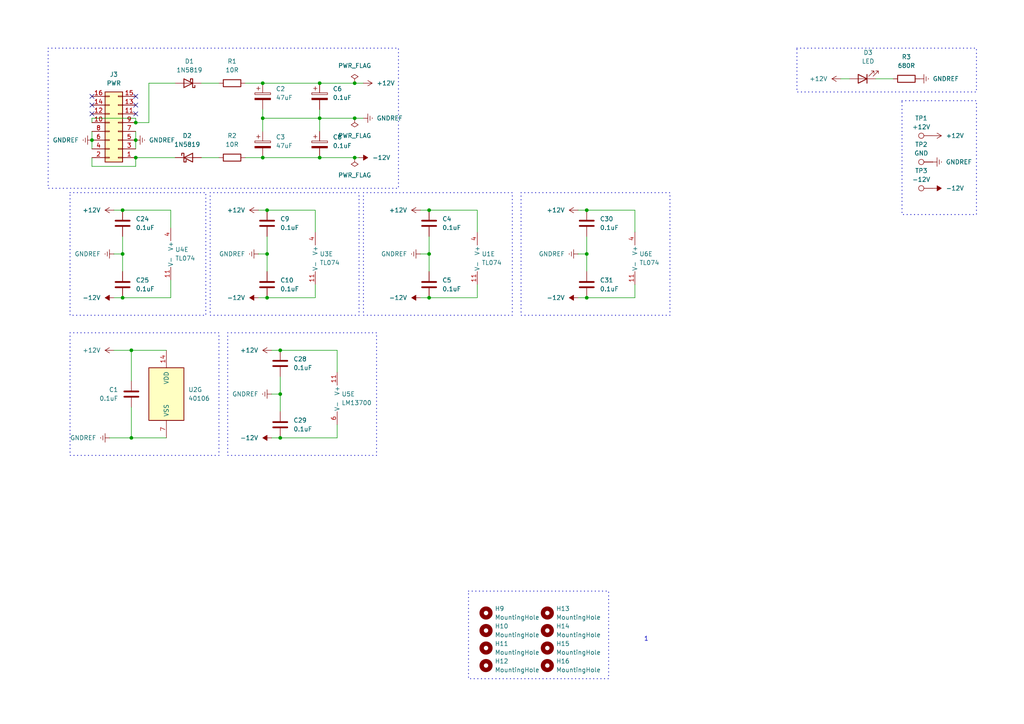
<source format=kicad_sch>
(kicad_sch (version 20231120) (generator "eeschema") (generator_version "8.0")
  (paper "A4")
  (lib_symbols
    (symbol "4xxx:40106" (pin_names (offset 1.016))
      (property "Reference" "U" (at 0 1.27 0))
      (property "Value" "40106" (at 0 -1.27 0))
      (symbol "40106_1_0"
        (polyline (pts (xy -0.635 -1.27) (xy -0.635 1.27) (xy 0.635 1.27)))
        (polyline (pts (xy -3.81 3.81) (xy -3.81 -3.81) (xy 3.81 0) (xy -3.81 3.81)) (stroke (width 0.254)) (fill (type background)))
        (polyline (pts (xy -1.27 -1.27) (xy 0.635 -1.27) (xy 0.635 1.27) (xy 1.27 1.27)))
        (pin input line (at -7.62 0 0) (length 3.81) (name "~") (number "1"))
        (pin output inverted (at 7.62 0 180) (length 3.81) (name "~") (number "2"))
      )
      (symbol "40106_2_0"
        (polyline (pts (xy -0.635 -1.27) (xy -0.635 1.27) (xy 0.635 1.27)))
        (polyline (pts (xy -3.81 3.81) (xy -3.81 -3.81) (xy 3.81 0) (xy -3.81 3.81)) (stroke (width 0.254)) (fill (type background)))
        (polyline (pts (xy -1.27 -1.27) (xy 0.635 -1.27) (xy 0.635 1.27) (xy 1.27 1.27)))
        (pin input line (at -7.62 0 0) (length 3.81) (name "~") (number "3"))
        (pin output inverted (at 7.62 0 180) (length 3.81) (name "~") (number "4"))
      )
      (symbol "40106_3_0"
        (polyline (pts (xy -0.635 -1.27) (xy -0.635 1.27) (xy 0.635 1.27)))
        (polyline (pts (xy -3.81 3.81) (xy -3.81 -3.81) (xy 3.81 0) (xy -3.81 3.81)) (stroke (width 0.254)) (fill (type background)))
        (polyline (pts (xy -1.27 -1.27) (xy 0.635 -1.27) (xy 0.635 1.27) (xy 1.27 1.27)))
        (pin input line (at -7.62 0 0) (length 3.81) (name "~") (number "5"))
        (pin output inverted (at 7.62 0 180) (length 3.81) (name "~") (number "6"))
      )
      (symbol "40106_4_0"
        (polyline (pts (xy -0.635 -1.27) (xy -0.635 1.27) (xy 0.635 1.27)))
        (polyline (pts (xy -3.81 3.81) (xy -3.81 -3.81) (xy 3.81 0) (xy -3.81 3.81)) (stroke (width 0.254)) (fill (type background)))
        (polyline (pts (xy -1.27 -1.27) (xy 0.635 -1.27) (xy 0.635 1.27) (xy 1.27 1.27)))
        (pin output inverted (at 7.62 0 180) (length 3.81) (name "~") (number "8"))
        (pin input line (at -7.62 0 0) (length 3.81) (name "~") (number "9"))
      )
      (symbol "40106_5_0"
        (polyline (pts (xy -0.635 -1.27) (xy -0.635 1.27) (xy 0.635 1.27)))
        (polyline (pts (xy -3.81 3.81) (xy -3.81 -3.81) (xy 3.81 0) (xy -3.81 3.81)) (stroke (width 0.254)) (fill (type background)))
        (polyline (pts (xy -1.27 -1.27) (xy 0.635 -1.27) (xy 0.635 1.27) (xy 1.27 1.27)))
        (pin output inverted (at 7.62 0 180) (length 3.81) (name "~") (number "10"))
        (pin input line (at -7.62 0 0) (length 3.81) (name "~") (number "11"))
      )
      (symbol "40106_6_0"
        (polyline (pts (xy -0.635 -1.27) (xy -0.635 1.27) (xy 0.635 1.27)))
        (polyline (pts (xy -3.81 3.81) (xy -3.81 -3.81) (xy 3.81 0) (xy -3.81 3.81)) (stroke (width 0.254)) (fill (type background)))
        (polyline (pts (xy -1.27 -1.27) (xy 0.635 -1.27) (xy 0.635 1.27) (xy 1.27 1.27)))
        (pin output inverted (at 7.62 0 180) (length 3.81) (name "~") (number "12"))
        (pin input line (at -7.62 0 0) (length 3.81) (name "~") (number "13"))
      )
      (symbol "40106_7_0"
        (pin power_in line (at 0 12.7 270) (length 5.08) (name "VDD") (number "14"))
        (pin power_in line (at 0 -12.7 90) (length 5.08) (name "VSS") (number "7"))
      )
      (symbol "40106_7_1"
        (rectangle (start -5.08 7.62) (end 5.08 -7.62) (stroke (width 0.254)) (fill (type background)))
      )
    )
    (symbol "Amplifier_Operational:LM13700" (pin_names (offset 0.127))
      (property "Reference" "U" (at 3.81 5.08 0))
      (property "Value" "LM13700" (at 5.08 -5.08 0))
      (symbol "LM13700_1_1"
        (polyline (pts (xy 3.81 -0.635) (xy 3.81 -2.54) (xy 5.08 -2.54)))
        (polyline (pts (xy 5.08 0) (xy -5.08 -5.08) (xy -5.08 5.08) (xy 5.08 0)) (stroke (width 0.254)) (fill (type background)))
        (pin output line (at 7.62 0 180) (length 2.54) (name "~") (number "12"))
        (pin input line (at -7.62 2.54 0) (length 2.54) (name "-") (number "13"))
        (pin input line (at -7.62 -2.54 0) (length 2.54) (name "+") (number "14"))
        (pin input line (at -7.62 0 0) (length 2.54) (name "DIODE_BIAS") (number "15"))
        (pin input line (at 7.62 -2.54 180) (length 2.54) (name "~") (number "16"))
      )
      (symbol "LM13700_2_0"
        (polyline (pts (xy -1.905 2.54) (xy -3.175 2.54)))
      )
      (symbol "LM13700_2_1"
        (circle (center -2.54 1.905) (radius 0.254) (stroke (width 0.254)) (fill (type outline)))
        (polyline (pts (xy -3.81 -0.635) (xy -2.54 -1.27)))
        (polyline (pts (xy -3.81 1.27) (xy -3.81 -1.27)))
        (polyline (pts (xy -2.54 -1.905) (xy -1.27 -2.54)))
        (polyline (pts (xy -2.54 0) (xy -2.54 -2.54)))
        (polyline (pts (xy -3.81 0.635) (xy -2.54 1.27) (xy -2.54 1.905) (xy -2.54 2.54)))
        (polyline (pts (xy -2.54 -1.27) (xy -3.175 -0.635) (xy -3.175 -1.27) (xy -2.54 -1.27)) (fill (type outline)))
        (polyline (pts (xy -2.54 -0.635) (xy -1.27 0) (xy -1.27 1.905) (xy -2.54 1.905)))
        (polyline (pts (xy -1.27 -2.54) (xy -1.905 -1.905) (xy -1.905 -2.54) (xy -1.27 -2.54)) (fill (type outline)))
        (text "V+" (at -2.54 3.81 0) (effects (font (size 1.27 1.27))))
        (pin input line (at -7.62 0 0) (length 3.81) (name "~") (number "10"))
        (pin output line (at 2.54 -2.54 180) (length 3.81) (name "~") (number "9"))
      )
      (symbol "LM13700_3_1"
        (polyline (pts (xy 3.81 -0.635) (xy 3.81 -2.54) (xy 5.08 -2.54)))
        (polyline (pts (xy 5.08 0) (xy -5.08 -5.08) (xy -5.08 5.08) (xy 5.08 0)) (stroke (width 0.254)) (fill (type background)))
        (pin input line (at 7.62 -2.54 180) (length 2.54) (name "~") (number "1"))
        (pin input line (at -7.62 0 0) (length 2.54) (name "DIODE_BIAS") (number "2"))
        (pin input line (at -7.62 -2.54 0) (length 2.54) (name "+") (number "3"))
        (pin input line (at -7.62 2.54 0) (length 2.54) (name "-") (number "4"))
        (pin output line (at 7.62 0 180) (length 2.54) (name "~") (number "5"))
      )
      (symbol "LM13700_4_0"
        (polyline (pts (xy -3.175 2.54) (xy -1.905 2.54)))
        (text "V+" (at -2.54 3.81 0) (effects (font (size 1.27 1.27))))
      )
      (symbol "LM13700_4_1"
        (circle (center -2.54 1.905) (radius 0.254) (stroke (width 0.254)) (fill (type outline)))
        (polyline (pts (xy -3.81 -0.635) (xy -2.54 -1.27)))
        (polyline (pts (xy -3.81 1.27) (xy -3.81 -1.27)))
        (polyline (pts (xy -2.54 -1.905) (xy -1.27 -2.54)))
        (polyline (pts (xy -2.54 0) (xy -2.54 -2.54)))
        (polyline (pts (xy -3.81 0.635) (xy -2.54 1.27) (xy -2.54 2.54)))
        (polyline (pts (xy -2.54 -1.27) (xy -3.175 -0.635) (xy -3.175 -1.27) (xy -2.54 -1.27)) (fill (type outline)))
        (polyline (pts (xy -2.54 -0.635) (xy -1.27 0) (xy -1.27 1.905) (xy -2.54 1.905)))
        (polyline (pts (xy -1.27 -2.54) (xy -1.905 -1.905) (xy -1.905 -2.54) (xy -1.27 -2.54)) (fill (type outline)))
        (pin input line (at -7.62 0 0) (length 3.81) (name "~") (number "7"))
        (pin output line (at 2.54 -2.54 180) (length 3.81) (name "~") (number "8"))
      )
      (symbol "LM13700_5_1"
        (pin power_in line (at -2.54 7.62 270) (length 3.81) (name "V+") (number "11"))
        (pin power_in line (at -2.54 -7.62 90) (length 3.81) (name "V-") (number "6"))
      )
    )
    (symbol "Amplifier_Operational:TL074" (pin_names (offset 0.127))
      (property "Reference" "U" (at 0 5.08 0))
      (property "Value" "TL074" (at 0 -5.08 0))
      (symbol "TL074_1_1"
        (polyline (pts (xy -5.08 5.08) (xy 5.08 0) (xy -5.08 -5.08) (xy -5.08 5.08)) (stroke (width 0.254)) (fill (type background)))
        (pin output line (at 7.62 0 180) (length 2.54) (name "~") (number "1"))
        (pin input line (at -7.62 -2.54 0) (length 2.54) (name "-") (number "2"))
        (pin input line (at -7.62 2.54 0) (length 2.54) (name "+") (number "3"))
      )
      (symbol "TL074_2_1"
        (polyline (pts (xy -5.08 5.08) (xy 5.08 0) (xy -5.08 -5.08) (xy -5.08 5.08)) (stroke (width 0.254)) (fill (type background)))
        (pin input line (at -7.62 2.54 0) (length 2.54) (name "+") (number "5"))
        (pin input line (at -7.62 -2.54 0) (length 2.54) (name "-") (number "6"))
        (pin output line (at 7.62 0 180) (length 2.54) (name "~") (number "7"))
      )
      (symbol "TL074_3_1"
        (polyline (pts (xy -5.08 5.08) (xy 5.08 0) (xy -5.08 -5.08) (xy -5.08 5.08)) (stroke (width 0.254)) (fill (type background)))
        (pin input line (at -7.62 2.54 0) (length 2.54) (name "+") (number "10"))
        (pin output line (at 7.62 0 180) (length 2.54) (name "~") (number "8"))
        (pin input line (at -7.62 -2.54 0) (length 2.54) (name "-") (number "9"))
      )
      (symbol "TL074_4_1"
        (polyline (pts (xy -5.08 5.08) (xy 5.08 0) (xy -5.08 -5.08) (xy -5.08 5.08)) (stroke (width 0.254)) (fill (type background)))
        (pin input line (at -7.62 2.54 0) (length 2.54) (name "+") (number "12"))
        (pin input line (at -7.62 -2.54 0) (length 2.54) (name "-") (number "13"))
        (pin output line (at 7.62 0 180) (length 2.54) (name "~") (number "14"))
      )
      (symbol "TL074_5_1"
        (pin power_in line (at -2.54 -7.62 90) (length 3.81) (name "V-") (number "11"))
        (pin power_in line (at -2.54 7.62 270) (length 3.81) (name "V+") (number "4"))
      )
    )
    (symbol "Connector:TestPoint" (pin_numbers hide) (pin_names (offset 0.762) hide)
      (property "Reference" "TP" (at 0 6.858 0))
      (property "Value" "TestPoint" (at 0 5.08 0))
      (symbol "TestPoint_0_1"
        (circle (center 0 3.302) (radius 0.762))
      )
      (symbol "TestPoint_1_1"
        (pin passive line (at 0 0 90) (length 2.54) (name "1") (number "1"))
      )
    )
    (symbol "Device:C" (pin_numbers hide) (pin_names (offset 0.254))
      (property "Reference" "C" (at 0.635 2.54 0))
      (property "Value" "C" (at 0.635 -2.54 0))
      (symbol "C_0_1"
        (polyline (pts (xy -2.032 -0.762) (xy 2.032 -0.762)) (stroke (width 0.508)))
        (polyline (pts (xy -2.032 0.762) (xy 2.032 0.762)) (stroke (width 0.508)))
      )
      (symbol "C_1_1"
        (pin passive line (at 0 3.81 270) (length 2.794) (name "~") (number "1"))
        (pin passive line (at 0 -3.81 90) (length 2.794) (name "~") (number "2"))
      )
    )
    (symbol "Device:C_Polarized" (pin_numbers hide) (pin_names (offset 0.254))
      (property "Reference" "C" (at 0.635 2.54 0))
      (property "Value" "C_Polarized" (at 0.635 -2.54 0))
      (symbol "C_Polarized_0_1"
        (rectangle (start -2.286 0.508) (end 2.286 1.016))
        (polyline (pts (xy -1.778 2.286) (xy -0.762 2.286)))
        (polyline (pts (xy -1.27 2.794) (xy -1.27 1.778)))
        (rectangle (start 2.286 -0.508) (end -2.286 -1.016) (fill (type outline)))
      )
      (symbol "C_Polarized_1_1"
        (pin passive line (at 0 3.81 270) (length 2.794) (name "~") (number "1"))
        (pin passive line (at 0 -3.81 90) (length 2.794) (name "~") (number "2"))
      )
    )
    (symbol "Device:R" (pin_numbers hide) (pin_names (offset 0))
      (property "Reference" "R" (at 2.032 0 90))
      (property "Value" "R" (at 0 0 90))
      (symbol "R_0_1"
        (rectangle (start -1.016 -2.54) (end 1.016 2.54) (stroke (width 0.254)))
      )
      (symbol "R_1_1"
        (pin passive line (at 0 3.81 270) (length 1.27) (name "~") (number "1"))
        (pin passive line (at 0 -3.81 90) (length 1.27) (name "~") (number "2"))
      )
    )
    (symbol "Diode:1N5819" (pin_numbers hide) (pin_names (offset 1.016) hide)
      (property "Reference" "D" (at 0 2.54 0))
      (property "Value" "1N5819" (at 0 -2.54 0))
      (symbol "1N5819_0_1"
        (polyline (pts (xy 1.27 0) (xy -1.27 0)))
        (polyline (pts (xy 1.27 1.27) (xy 1.27 -1.27) (xy -1.27 0) (xy 1.27 1.27)) (stroke (width 0.254)))
        (polyline (pts (xy -1.905 0.635) (xy -1.905 1.27) (xy -1.27 1.27) (xy -1.27 -1.27) (xy -0.635 -1.27) (xy -0.635 -0.635)) (stroke (width 0.254)))
      )
      (symbol "1N5819_1_1"
        (pin passive line (at -3.81 0 0) (length 2.54) (name "K") (number "1"))
        (pin passive line (at 3.81 0 180) (length 2.54) (name "A") (number "2"))
      )
    )
    (symbol "Mechanical:MountingHole" (pin_names (offset 1.016)) (exclude_from_sim yes) (in_bom no)
      (property "Reference" "H" (at 0 5.08 0))
      (property "Value" "MountingHole" (at 0 3.175 0))
      (symbol "MountingHole_0_1"
        (circle (center 0 0) (radius 1.27) (stroke (width 1.27)))
      )
    )
    (symbol "power:+12V" (power) (pin_numbers hide) (pin_names (offset 0) hide)
      (property "Value" "+12V" (at 0 3.556 0))
      (symbol "+12V_0_1"
        (polyline (pts (xy -0.762 1.27) (xy 0 2.54)))
        (polyline (pts (xy 0 0) (xy 0 2.54)))
        (polyline (pts (xy 0 2.54) (xy 0.762 1.27)))
      )
      (symbol "+12V_1_1"
        (pin power_in line (at 0 0 90) (length 0) (name "~") (number "1"))
      )
    )
    (symbol "power:-12V" (power) (pin_numbers hide) (pin_names (offset 0) hide)
      (property "Value" "-12V" (at 0 3.556 0))
      (symbol "-12V_0_0"
        (pin power_in line (at 0 0 90) (length 0) (name "~") (number "1"))
      )
      (symbol "-12V_0_1"
        (polyline (pts (xy 0 0) (xy 0 1.27) (xy 0.762 1.27) (xy 0 2.54) (xy -0.762 1.27) (xy 0 1.27)) (fill (type outline)))
      )
    )
    (symbol "power:GNDREF" (power) (pin_numbers hide) (pin_names (offset 0) hide)
      (property "Value" "GNDREF" (at 0 -3.81 0))
      (symbol "GNDREF_0_1"
        (polyline (pts (xy -0.635 -1.905) (xy 0.635 -1.905)))
        (polyline (pts (xy -0.127 -2.54) (xy 0.127 -2.54)))
        (polyline (pts (xy 0 -1.27) (xy 0 0)))
        (polyline (pts (xy 1.27 -1.27) (xy -1.27 -1.27)))
      )
      (symbol "GNDREF_1_1"
        (pin power_in line (at 0 0 270) (length 0) (name "~") (number "1"))
      )
    )
    (symbol "power:PWR_FLAG" (power) (pin_numbers hide) (pin_names (offset 0) hide)
      (property "Value" "PWR_FLAG" (at 0 3.81 0))
      (symbol "PWR_FLAG_0_0"
        (pin power_out line (at 0 0 90) (length 0) (name "~") (number "1"))
      )
      (symbol "PWR_FLAG_0_1"
        (polyline (pts (xy 0 0) (xy 0 1.27) (xy -1.016 1.905) (xy 0 2.54) (xy 1.016 1.905) (xy 0 1.27)))
      )
    )
    (symbol "synth:Conn_02x08_EuroRack_Power" (pin_names (offset 1.016) hide)
      (property "Reference" "J3" (at 1.27 -17.526 0))
      (property "Value" "PWR" (at 1.27 -13.97 0))
      (symbol "Conn_02x08_EuroRack_Power_1_1"
        (rectangle (start -1.27 -10.033) (end 0 -10.287) (stroke (width 0.1524)))
        (rectangle (start -1.27 -7.493) (end 0 -7.747) (stroke (width 0.1524)))
        (rectangle (start -1.27 -4.953) (end 0 -5.207) (stroke (width 0.1524)))
        (rectangle (start -1.27 -2.413) (end 0 -2.667) (stroke (width 0.1524)))
        (rectangle (start -1.27 0.127) (end 0 -0.127) (stroke (width 0.1524)))
        (rectangle (start -1.27 2.667) (end 0 2.413) (stroke (width 0.1524)))
        (rectangle (start -1.27 5.207) (end 0 4.953) (stroke (width 0.1524)))
        (rectangle (start -1.27 7.747) (end 0 7.493) (stroke (width 0.1524)))
        (rectangle (start -1.27 8.89) (end 3.81 -11.43) (stroke (width 0.254)) (fill (type background)))
        (rectangle (start 3.81 -10.033) (end 2.54 -10.287) (stroke (width 0.1524)))
        (rectangle (start 3.81 -7.493) (end 2.54 -7.747) (stroke (width 0.1524)))
        (rectangle (start 3.81 -4.953) (end 2.54 -5.207) (stroke (width 0.1524)))
        (rectangle (start 3.81 -2.413) (end 2.54 -2.667) (stroke (width 0.1524)))
        (rectangle (start 3.81 0.127) (end 2.54 -0.127) (stroke (width 0.1524)))
        (rectangle (start 3.81 2.667) (end 2.54 2.413) (stroke (width 0.1524)))
        (rectangle (start 3.81 5.207) (end 2.54 4.953) (stroke (width 0.1524)))
        (rectangle (start 3.81 7.747) (end 2.54 7.493) (stroke (width 0.1524)))
        (pin passive line (at -5.08 7.62 0) (length 3.81) (name "-12V") (number "1"))
        (pin passive line (at 7.62 -2.54 180) (length 3.81) (name "+12V") (number "10"))
        (pin passive line (at -5.08 -5.08 0) (length 3.81) (name "+5V") (number "11"))
        (pin passive line (at 7.62 -5.08 180) (length 3.81) (name "+5V") (number "12"))
        (pin passive line (at -5.08 -7.62 0) (length 3.81) (name "CV") (number "13"))
        (pin passive line (at 7.62 -7.62 180) (length 3.81) (name "CV") (number "14"))
        (pin passive line (at -5.08 -10.16 0) (length 3.81) (name "GATE") (number "15"))
        (pin passive line (at 7.62 -10.16 180) (length 3.81) (name "GATE") (number "16"))
        (pin passive line (at 7.62 7.62 180) (length 3.81) (name "-12V") (number "2"))
        (pin passive line (at -5.08 5.08 0) (length 3.81) (name "GND") (number "3"))
        (pin passive line (at 7.62 5.08 180) (length 3.81) (name "GND") (number "4"))
        (pin passive line (at -5.08 2.54 0) (length 3.81) (name "GND") (number "5"))
        (pin passive line (at 7.62 2.54 180) (length 3.81) (name "GND") (number "6"))
        (pin passive line (at -5.08 0 0) (length 3.81) (name "GND") (number "7"))
        (pin passive line (at 7.62 0 180) (length 3.81) (name "GND") (number "8"))
        (pin passive line (at -5.08 -2.54 0) (length 3.81) (name "+12V") (number "9"))
      )
    )
    (symbol "synth:LED (5mm)" (pin_numbers hide) (pin_names (offset 1.016) hide)
      (property "Reference" "D" (at 0 2.54 0))
      (property "Value" "LED" (at 0 -2.54 0))
      (symbol "LED (5mm)_0_1"
        (polyline (pts (xy -1.27 -1.27) (xy -1.27 1.27)) (stroke (width 0.254)))
        (polyline (pts (xy -1.27 0) (xy 1.27 0)))
        (polyline (pts (xy 1.27 -1.27) (xy 1.27 1.27) (xy -1.27 0) (xy 1.27 -1.27)) (stroke (width 0.254)))
        (polyline (pts (xy -3.048 -0.762) (xy -4.572 -2.286) (xy -3.81 -2.286) (xy -4.572 -2.286) (xy -4.572 -1.524)))
        (polyline (pts (xy -1.778 -0.762) (xy -3.302 -2.286) (xy -2.54 -2.286) (xy -3.302 -2.286) (xy -3.302 -1.524)))
      )
      (symbol "LED (5mm)_1_1"
        (pin passive line (at -3.81 0 0) (length 2.54) (name "K") (number "1"))
        (pin passive line (at 3.81 0 180) (length 2.54) (name "A") (number "2"))
      )
    )
    (symbol "synth:R_Default" (pin_numbers hide) (pin_names (offset 0))
      (property "Reference" "R" (at -2.032 0 90))
      (property "Value" "R1" (at 2.032 0 90))
      (symbol "R_Default_0_1"
        (rectangle (start 1.016 -2.54) (end -1.016 2.54) (stroke (width 0.254)))
      )
      (symbol "R_Default_1_1"
        (pin passive line (at 0 -3.81 90) (length 1.27) (name "~") (number "1"))
        (pin passive line (at 0 3.81 270) (length 1.27) (name "~") (number "2"))
      )
    )
  )
  (junction (at 39.37 45.72))
  (junction (at 124.46 73.66))
  (junction (at 26.67 40.64))
  (junction (at 102.87 24.13))
  (junction (at 81.28 101.6))
  (junction (at 77.47 86.36))
  (junction (at 76.2 24.13))
  (junction (at 39.37 40.64))
  (junction (at 170.18 86.36))
  (junction (at 124.46 60.96))
  (junction (at 35.56 60.96))
  (junction (at 81.28 127))
  (junction (at 35.56 73.66))
  (junction (at 92.71 34.29))
  (junction (at 77.47 73.66))
  (junction (at 77.47 60.96))
  (junction (at 170.18 73.66))
  (junction (at 38.1 101.6))
  (junction (at 39.37 35.56))
  (junction (at 35.56 86.36))
  (junction (at 81.28 114.3))
  (junction (at 170.18 60.96))
  (junction (at 76.2 45.72))
  (junction (at 92.71 24.13))
  (junction (at 102.87 34.29))
  (junction (at 38.1 127))
  (junction (at 102.87 45.72))
  (junction (at 76.2 34.29))
  (junction (at 92.71 45.72))
  (junction (at 124.46 86.36))
  (no_connect (at 26.67 33.02))
  (no_connect (at 39.37 27.94))
  (no_connect (at 39.37 30.48))
  (no_connect (at 26.67 30.48))
  (no_connect (at 39.37 33.02))
  (no_connect (at 26.67 27.94))
  (wire (pts (xy 43.18 24.13) (xy 50.8 24.13)))
  (wire (pts (xy 167.64 60.96) (xy 170.18 60.96)))
  (wire (pts (xy 38.1 110.49) (xy 38.1 101.6)))
  (wire (pts (xy 35.56 73.66) (xy 35.56 78.74)))
  (wire (pts (xy 39.37 45.72) (xy 50.8 45.72)))
  (wire (pts (xy 26.67 38.1) (xy 26.67 40.64)))
  (wire (pts (xy 26.67 34.29) (xy 26.67 35.56)))
  (wire (pts (xy 81.28 114.3) (xy 81.28 119.38)))
  (wire (pts (xy 259.08 22.86) (xy 254 22.86)))
  (wire (pts (xy 77.47 68.58) (xy 77.47 73.66)))
  (wire (pts (xy 91.44 82.55) (xy 91.44 86.36)))
  (wire (pts (xy 124.46 73.66) (xy 124.46 78.74)))
  (wire (pts (xy 170.18 68.58) (xy 170.18 73.66)))
  (wire (pts (xy 77.47 73.66) (xy 77.47 78.74)))
  (wire (pts (xy 33.02 101.6) (xy 38.1 101.6)))
  (wire (pts (xy 39.37 38.1) (xy 39.37 40.64)))
  (wire (pts (xy 138.43 60.96) (xy 124.46 60.96)))
  (wire (pts (xy 49.53 81.28) (xy 49.53 86.36)))
  (wire (pts (xy 71.12 24.13) (xy 76.2 24.13)))
  (wire (pts (xy 184.15 82.55) (xy 184.15 86.36)))
  (wire (pts (xy 92.71 31.75) (xy 92.71 34.29)))
  (wire (pts (xy 97.79 107.95) (xy 97.79 101.6)))
  (wire (pts (xy 121.92 60.96) (xy 124.46 60.96)))
  (wire (pts (xy 39.37 40.64) (xy 39.37 43.18)))
  (wire (pts (xy 102.87 45.72) (xy 104.14 45.72)))
  (wire (pts (xy 170.18 73.66) (xy 167.64 73.66)))
  (wire (pts (xy 81.28 127) (xy 97.79 127)))
  (wire (pts (xy 35.56 60.96) (xy 49.53 60.96)))
  (wire (pts (xy 38.1 101.6) (xy 48.26 101.6)))
  (wire (pts (xy 33.02 86.36) (xy 35.56 86.36)))
  (wire (pts (xy 184.15 86.36) (xy 170.18 86.36)))
  (wire (pts (xy 184.15 60.96) (xy 170.18 60.96)))
  (wire (pts (xy 124.46 73.66) (xy 121.92 73.66)))
  (wire (pts (xy 102.87 34.29) (xy 105.41 34.29)))
  (wire (pts (xy 78.74 127) (xy 81.28 127)))
  (wire (pts (xy 39.37 35.56) (xy 39.37 34.29)))
  (wire (pts (xy 138.43 82.55) (xy 138.43 86.36)))
  (wire (pts (xy 102.87 24.13) (xy 105.41 24.13)))
  (wire (pts (xy 124.46 68.58) (xy 124.46 73.66)))
  (wire (pts (xy 74.93 60.96) (xy 77.47 60.96)))
  (wire (pts (xy 71.12 45.72) (xy 76.2 45.72)))
  (wire (pts (xy 26.67 45.72) (xy 26.67 48.26)))
  (wire (pts (xy 26.67 40.64) (xy 26.67 43.18)))
  (wire (pts (xy 97.79 123.19) (xy 97.79 127)))
  (wire (pts (xy 243.84 22.86) (xy 246.38 22.86)))
  (wire (pts (xy 39.37 48.26) (xy 39.37 45.72)))
  (wire (pts (xy 138.43 67.31) (xy 138.43 60.96)))
  (wire (pts (xy 76.2 34.29) (xy 92.71 34.29)))
  (wire (pts (xy 81.28 109.22) (xy 81.28 114.3)))
  (wire (pts (xy 184.15 67.31) (xy 184.15 60.96)))
  (wire (pts (xy 76.2 45.72) (xy 92.71 45.72)))
  (wire (pts (xy 31.75 127) (xy 38.1 127)))
  (wire (pts (xy 92.71 45.72) (xy 102.87 45.72)))
  (wire (pts (xy 74.93 86.36) (xy 77.47 86.36)))
  (wire (pts (xy 49.53 60.96) (xy 49.53 66.04)))
  (wire (pts (xy 43.18 24.13) (xy 43.18 35.56)))
  (wire (pts (xy 33.02 60.96) (xy 35.56 60.96)))
  (wire (pts (xy 58.42 45.72) (xy 63.5 45.72)))
  (wire (pts (xy 76.2 34.29) (xy 76.2 38.1)))
  (wire (pts (xy 58.42 24.13) (xy 63.5 24.13)))
  (wire (pts (xy 76.2 31.75) (xy 76.2 34.29)))
  (wire (pts (xy 92.71 34.29) (xy 92.71 38.1)))
  (wire (pts (xy 138.43 86.36) (xy 124.46 86.36)))
  (wire (pts (xy 92.71 34.29) (xy 102.87 34.29)))
  (wire (pts (xy 170.18 73.66) (xy 170.18 78.74)))
  (wire (pts (xy 167.64 86.36) (xy 170.18 86.36)))
  (wire (pts (xy 38.1 118.11) (xy 38.1 127)))
  (wire (pts (xy 76.2 24.13) (xy 92.71 24.13)))
  (wire (pts (xy 121.92 86.36) (xy 124.46 86.36)))
  (wire (pts (xy 78.74 101.6) (xy 81.28 101.6)))
  (wire (pts (xy 77.47 73.66) (xy 74.93 73.66)))
  (wire (pts (xy 81.28 114.3) (xy 78.74 114.3)))
  (wire (pts (xy 39.37 34.29) (xy 26.67 34.29)))
  (wire (pts (xy 35.56 73.66) (xy 33.02 73.66)))
  (wire (pts (xy 91.44 86.36) (xy 77.47 86.36)))
  (wire (pts (xy 35.56 68.58) (xy 35.56 73.66)))
  (wire (pts (xy 91.44 60.96) (xy 77.47 60.96)))
  (wire (pts (xy 38.1 127) (xy 48.26 127)))
  (wire (pts (xy 92.71 24.13) (xy 102.87 24.13)))
  (wire (pts (xy 43.18 35.56) (xy 39.37 35.56)))
  (wire (pts (xy 35.56 86.36) (xy 49.53 86.36)))
  (wire (pts (xy 26.67 48.26) (xy 39.37 48.26)))
  (wire (pts (xy 97.79 101.6) (xy 81.28 101.6)))
  (wire (pts (xy 91.44 67.31) (xy 91.44 60.96)))
  (rectangle (start 135.89 171.45) (end 176.53 196.85) (stroke (width 0.25) (type dot)))
  (rectangle (start 66.04 96.52) (end 109.22 132.08) (stroke (width 0.25) (type dot)))
  (rectangle (start 60.96 55.88) (end 104.14 91.44) (stroke (width 0.25) (type dot)))
  (rectangle (start 105.41 55.88) (end 148.59 91.44) (stroke (width 0.25) (type dot)))
  (rectangle (start 231.14 13.97) (end 283.21 26.67) (stroke (width 0.25) (type dot)))
  (rectangle (start 13.97 13.97) (end 115.57 54.61) (stroke (width 0.25) (type dot)))
  (rectangle (start 261.62 29.21) (end 283.21 62.23) (stroke (width 0.254) (type dot)))
  (rectangle (start 151.13 55.88) (end 194.31 91.44) (stroke (width 0.25) (type dot)))
  (rectangle (start 20.32 96.52) (end 63.5 132.08) (stroke (width 0.25) (type dot)))
  (rectangle (start 20.32 55.88) (end 59.69 91.44) (stroke (width 0.25) (type dot)))
  (text "1" (at 187.452 185.42 0) (effects (font (size 1.27 1.27))))
  (symbol (lib_id "power:GNDREF") (at 121.92 73.66 270) (unit 1)
    (property "Reference" "#PWR012" (effects (hide yes)))
    (property "Value" "GNDREF" (at 118.11 73.6599 90) (effects (justify right)))
    (property "Description" "Power symbol creates a global label with name \"GNDREF\" , reference supply ground" (effects (hide yes)))
  )
  (symbol (lib_id "Device:C_Polarized") (at 76.2 41.91 0) (unit 1)
    (property "Reference" "C3" (at 80.01 39.7509 0) (effects (justify left)))
    (property "Value" "47uF" (at 80.01 42.2909 0) (effects (justify left)))
    (property "Footprint" "Capacitor_THT:CP_Radial_D6.3mm_P2.50mm" (effects (hide yes)))
    (property "Description" "Polarized capacitor" (effects (hide yes)))
  )
  (symbol (lib_id "power:GNDREF") (at 167.64 73.66 270) (unit 1)
    (property "Reference" "#PWR073" (effects (hide yes)))
    (property "Value" "GNDREF" (at 163.83 73.6599 90) (effects (justify right)))
    (property "Description" "Power symbol creates a global label with name \"GNDREF\" , reference supply ground" (effects (hide yes)))
  )
  (symbol (lib_id "Device:C") (at 35.56 82.55 0) (unit 1)
    (property "Reference" "C25" (at 39.37 81.2799 0) (effects (justify left)))
    (property "Value" "0.1uF" (at 39.37 83.8199 0) (effects (justify left)))
    (property "Footprint" "Capacitor_THT:C_Rect_L4.6mm_W2.0mm_P2.50mm_MKS02_FKP02" (effects (hide yes)))
    (property "Description" "Unpolarized capacitor" (effects (hide yes)))
  )
  (symbol (lib_id "Device:C_Polarized") (at 92.71 41.91 0) (unit 1)
    (property "Reference" "C8" (at 96.52 39.7509 0) (effects (justify left)))
    (property "Value" "0.1uF" (at 96.52 42.2909 0) (effects (justify left)))
    (property "Footprint" "Capacitor_THT:CP_Radial_D4.0mm_P2.00mm" (effects (hide yes)))
    (property "Description" "Polarized capacitor" (effects (hide yes)))
  )
  (symbol (lib_id "Mechanical:MountingHole") (at 140.97 182.88 0) (unit 1) (exclude_from_sim yes) (in_bom no)
    (property "Reference" "H10" (at 143.51 181.6099 0) (effects (justify left)))
    (property "Value" "MountingHole" (at 143.51 184.1499 0) (effects (justify left)))
    (property "Footprint" "MountingHole:MountingHole_3.2mm_M3" (effects (hide yes)))
    (property "Description" "Mounting Hole without connection" (effects (hide yes)))
  )
  (symbol (lib_id "Mechanical:MountingHole") (at 140.97 193.04 0) (unit 1) (exclude_from_sim yes) (in_bom no)
    (property "Reference" "H12" (at 143.51 191.7699 0) (effects (justify left)))
    (property "Value" "MountingHole" (at 143.51 194.3099 0) (effects (justify left)))
    (property "Footprint" "MountingHole:MountingHole_3.2mm_M3" (effects (hide yes)))
    (property "Description" "Mounting Hole without connection" (effects (hide yes)))
  )
  (symbol (lib_id "power:-12V") (at 78.74 127 90) (unit 1)
    (property "Reference" "#PWR028" (effects (hide yes)))
    (property "Value" "-12V" (at 74.93 126.9999 90) (effects (justify left)))
    (property "Description" "Power symbol creates a global label with name \"-12V\"" (effects (hide yes)))
  )
  (symbol (lib_id "power:GNDREF") (at 26.67 40.64 270) (unit 1)
    (property "Reference" "#PWR09" (effects (hide yes)))
    (property "Value" "GNDREF" (at 22.86 40.6399 90) (effects (justify right)))
    (property "Description" "Power symbol creates a global label with name \"GNDREF\" , reference supply ground" (effects (hide yes)))
  )
  (symbol (lib_id "power:PWR_FLAG") (at 102.87 24.13 0) (unit 1) (exclude_from_sim yes) (in_bom no)
    (property "Reference" "#FLG01" (effects (hide yes)))
    (property "Value" "PWR_FLAG" (at 102.87 19.05 0))
    (property "Description" "Special symbol for telling ERC where power comes from" (effects (hide yes)))
  )
  (symbol (lib_id "power:+12V") (at 243.84 22.86 90) (unit 1)
    (property "Reference" "#PWR017" (effects (hide yes)))
    (property "Value" "+12V" (at 240.03 22.8599 90) (effects (justify left)))
    (property "Description" "Power symbol creates a global label with name \"+12V\"" (effects (hide yes)))
  )
  (symbol (lib_id "power:+12V") (at 270.51 39.37 270) (unit 1)
    (property "Reference" "#PWR058" (effects (hide yes)))
    (property "Value" "+12V" (at 274.32 39.3699 90) (effects (justify left)))
    (property "Description" "Power symbol creates a global label with name \"+12V\"" (effects (hide yes)))
  )
  (symbol (lib_id "Mechanical:MountingHole") (at 140.97 177.8 0) (unit 1) (exclude_from_sim yes) (in_bom no)
    (property "Reference" "H9" (at 143.51 176.5299 0) (effects (justify left)))
    (property "Value" "MountingHole" (at 143.51 179.0699 0) (effects (justify left)))
    (property "Footprint" "MountingHole:MountingHole_3.2mm_M3" (effects (hide yes)))
    (property "Description" "Mounting Hole without connection" (effects (hide yes)))
  )
  (symbol (lib_id "Device:R") (at 67.31 24.13 90) (unit 1)
    (property "Reference" "R1" (at 67.31 17.78 90))
    (property "Value" "10R" (at 67.31 20.32 90))
    (property "Footprint" "Synth:R_Default (DIN0207)" (effects (hide yes)))
    (property "Description" "Resistor" (effects (hide yes)))
  )
  (symbol (lib_id "power:GNDREF") (at 78.74 114.3 270) (unit 1)
    (property "Reference" "#PWR027" (effects (hide yes)))
    (property "Value" "GNDREF" (at 74.93 114.2999 90) (effects (justify right)))
    (property "Description" "Power symbol creates a global label with name \"GNDREF\" , reference supply ground" (effects (hide yes)))
  )
  (symbol (lib_id "Device:R") (at 67.31 45.72 90) (unit 1)
    (property "Reference" "R2" (at 67.31 39.37 90))
    (property "Value" "10R" (at 67.31 41.91 90))
    (property "Footprint" "Synth:R_Default (DIN0207)" (effects (hide yes)))
    (property "Description" "Resistor" (effects (hide yes)))
  )
  (symbol (lib_id "Device:C") (at 38.1 114.3 0) (unit 1)
    (property "Reference" "C1" (at 34.29 113.0299 0) (effects (justify right)))
    (property "Value" "0.1uF" (at 34.29 115.5699 0) (effects (justify right)))
    (property "Footprint" "Capacitor_THT:C_Rect_L4.6mm_W2.0mm_P2.50mm_MKS02_FKP02" (effects (hide yes)))
    (property "Description" "Unpolarized capacitor" (effects (hide yes)))
  )
  (symbol (lib_id "power:-12V") (at 104.14 45.72 270) (unit 1)
    (property "Reference" "#PWR014" (effects (hide yes)))
    (property "Value" "-12V" (at 107.95 45.7199 90) (effects (justify left)))
    (property "Description" "Power symbol creates a global label with name \"-12V\"" (effects (hide yes)))
  )
  (symbol (lib_id "synth:Conn_02x08_EuroRack_Power") (at 34.29 38.1 180) (unit 1)
    (property "Reference" "J3" (at 33.02 21.59 0))
    (property "Value" "PWR" (at 33.02 24.13 0))
    (property "Footprint" "Synth:IDC-Header_2x08_P2.54mm_Vertical" (effects (hide yes)))
  )
  (symbol (lib_id "power:PWR_FLAG") (at 102.87 45.72 180) (unit 1) (exclude_from_sim yes) (in_bom no)
    (property "Reference" "#FLG03" (effects (hide yes)))
    (property "Value" "PWR_FLAG" (at 102.87 50.8 0))
    (property "Description" "Special symbol for telling ERC where power comes from" (effects (hide yes)))
  )
  (symbol (lib_id "power:GNDREF") (at 33.02 73.66 270) (unit 1)
    (property "Reference" "#PWR023" (effects (hide yes)))
    (property "Value" "GNDREF" (at 29.21 73.6599 90) (effects (justify right)))
    (property "Description" "Power symbol creates a global label with name \"GNDREF\" , reference supply ground" (effects (hide yes)))
  )
  (symbol (lib_id "Mechanical:MountingHole") (at 140.97 187.96 0) (unit 1) (exclude_from_sim yes) (in_bom no)
    (property "Reference" "H11" (at 143.51 186.6899 0) (effects (justify left)))
    (property "Value" "MountingHole" (at 143.51 189.2299 0) (effects (justify left)))
    (property "Footprint" "MountingHole:MountingHole_3.2mm_M3" (effects (hide yes)))
    (property "Description" "Mounting Hole without connection" (effects (hide yes)))
  )
  (symbol (lib_id "Connector:TestPoint") (at 270.51 46.99 90) (unit 1) (in_bom no)
    (property "Reference" "TP2" (at 267.208 41.91 90))
    (property "Value" "GND" (at 267.208 44.45 90))
    (property "Footprint" "Connector_Pin:Pin_D1.0mm_L10.0mm" (effects (hide yes)))
    (property "Description" "test point" (effects (hide yes)))
  )
  (symbol (lib_id "power:-12V") (at 270.51 54.61 270) (unit 1)
    (property "Reference" "#PWR060" (effects (hide yes)))
    (property "Value" "-12V" (at 274.32 54.6099 90) (effects (justify left)))
    (property "Description" "Power symbol creates a global label with name \"-12V\"" (effects (hide yes)))
  )
  (symbol (lib_id "Device:C_Polarized") (at 76.2 27.94 0) (unit 1)
    (property "Reference" "C2" (at 80.01 25.7809 0) (effects (justify left)))
    (property "Value" "47uF" (at 80.01 28.3209 0) (effects (justify left)))
    (property "Footprint" "Capacitor_THT:CP_Radial_D6.3mm_P2.50mm" (effects (hide yes)))
    (property "Description" "Polarized capacitor" (effects (hide yes)))
  )
  (symbol (lib_id "power:-12V") (at 121.92 86.36 90) (unit 1)
    (property "Reference" "#PWR013" (effects (hide yes)))
    (property "Value" "-12V" (at 118.11 86.3599 90) (effects (justify left)))
    (property "Description" "Power symbol creates a global label with name \"-12V\"" (effects (hide yes)))
  )
  (symbol (lib_id "power:GNDREF") (at 39.37 40.64 90) (unit 1)
    (property "Reference" "#PWR010" (effects (hide yes)))
    (property "Value" "GNDREF" (at 43.18 40.6399 90) (effects (justify right)))
    (property "Description" "Power symbol creates a global label with name \"GNDREF\" , reference supply ground" (effects (hide yes)))
  )
  (symbol (lib_id "Amplifier_Operational:TL074") (at 186.69 74.93 0) (unit 5)
    (property "Reference" "U6" (at 185.42 73.6599 0) (effects (justify left)))
    (property "Value" "TL074" (at 185.42 76.1999 0) (effects (justify left)))
    (property "Footprint" "Package_DIP:DIP-14_W7.62mm_Socket_LongPads" (effects (hide yes)))
    (property "Datasheet" "http://www.ti.com/lit/ds/symlink/tl071.pdf" (effects (hide yes)))
    (property "Description" "Quad Low-Noise JFET-Input Operational Amplifiers, DIP-14/SOIC-14" (effects (hide yes)))
  )
  (symbol (lib_id "4xxx:40106") (at 48.26 114.3 0) (unit 7)
    (property "Reference" "U2" (at 54.61 113.0299 0) (effects (justify left)))
    (property "Value" "40106" (at 54.61 115.5699 0) (effects (justify left)))
    (property "Footprint" "Package_DIP:DIP-14_W7.62mm_Socket_LongPads" (effects (hide yes)))
    (property "Datasheet" "https://assets.nexperia.com/documents/data-sheet/HEF40106B.pdf" (effects (hide yes)))
    (property "Description" "Hex Schmitt trigger inverter" (effects (hide yes)))
  )
  (symbol (lib_id "Amplifier_Operational:LM13700") (at 100.33 115.57 0) (unit 5)
    (property "Reference" "U5" (at 99.06 114.2999 0) (effects (justify left)))
    (property "Value" "LM13700" (at 99.06 116.8399 0) (effects (justify left)))
    (property "Footprint" "Package_DIP:DIP-16_W7.62mm_Socket_LongPads" (effects (hide yes)))
    (property "Datasheet" "http://www.ti.com/lit/ds/symlink/lm13700.pdf" (effects (hide yes)))
    (property "Description" "Dual Operational Transconductance Amplifiers with Linearizing Diodes and Buffers, DIP-16/SOIC-16" (effects (hide yes)))
  )
  (symbol (lib_id "power:GNDREF") (at 105.41 34.29 90) (unit 1)
    (property "Reference" "#PWR016" (effects (hide yes)))
    (property "Value" "GNDREF" (at 109.22 34.2899 90) (effects (justify right)))
    (property "Description" "Power symbol creates a global label with name \"GNDREF\" , reference supply ground" (effects (hide yes)))
  )
  (symbol (lib_id "power:PWR_FLAG") (at 102.87 34.29 180) (unit 1) (exclude_from_sim yes) (in_bom no)
    (property "Reference" "#FLG02" (effects (hide yes)))
    (property "Value" "PWR_FLAG" (at 102.87 39.37 0))
    (property "Description" "Special symbol for telling ERC where power comes from" (effects (hide yes)))
  )
  (symbol (lib_id "Device:C") (at 77.47 82.55 0) (unit 1)
    (property "Reference" "C10" (at 81.28 81.2799 0) (effects (justify left)))
    (property "Value" "0.1uF" (at 81.28 83.8199 0) (effects (justify left)))
    (property "Footprint" "Capacitor_THT:C_Rect_L4.6mm_W2.0mm_P2.50mm_MKS02_FKP02" (effects (hide yes)))
    (property "Description" "Unpolarized capacitor" (effects (hide yes)))
  )
  (symbol (lib_id "Device:C") (at 77.47 64.77 0) (unit 1)
    (property "Reference" "C9" (at 81.28 63.4999 0) (effects (justify left)))
    (property "Value" "0.1uF" (at 81.28 66.0399 0) (effects (justify left)))
    (property "Footprint" "Capacitor_THT:C_Rect_L4.6mm_W2.0mm_P2.50mm_MKS02_FKP02" (effects (hide yes)))
    (property "Description" "Unpolarized capacitor" (effects (hide yes)))
  )
  (symbol (lib_id "Mechanical:MountingHole") (at 158.75 182.88 0) (unit 1) (exclude_from_sim yes) (in_bom no)
    (property "Reference" "H14" (at 161.29 181.6099 0) (effects (justify left)))
    (property "Value" "MountingHole" (at 161.29 184.1499 0) (effects (justify left)))
    (property "Footprint" "MountingHole:MountingHole_3.2mm_M3" (effects (hide yes)))
    (property "Description" "Mounting Hole without connection" (effects (hide yes)))
  )
  (symbol (lib_id "Connector:TestPoint") (at 270.51 39.37 90) (unit 1) (in_bom no)
    (property "Reference" "TP1" (at 267.208 34.29 90))
    (property "Value" "+12V" (at 267.208 36.83 90))
    (property "Footprint" "Connector_Pin:Pin_D1.0mm_L10.0mm" (effects (hide yes)))
    (property "Description" "test point" (effects (hide yes)))
  )
  (symbol (lib_id "Diode:1N5819") (at 54.61 45.72 0) (unit 1)
    (property "Reference" "D2" (at 54.2925 39.37 0))
    (property "Value" "1N5819" (at 54.2925 41.91 0))
    (property "Footprint" "Synth:D_DO-41_SOD81_P10.16mm_Horizontal" (effects (hide yes)))
    (property "Datasheet" "http://www.vishay.com/docs/88525/1n5817.pdf" (effects (hide yes)))
    (property "Description" "40V 1A Schottky Barrier Rectifier Diode, DO-41" (effects (hide yes)))
  )
  (symbol (lib_id "power:-12V") (at 33.02 86.36 90) (unit 1)
    (property "Reference" "#PWR024" (effects (hide yes)))
    (property "Value" "-12V" (at 29.21 86.3599 90) (effects (justify left)))
    (property "Description" "Power symbol creates a global label with name \"-12V\"" (effects (hide yes)))
  )
  (symbol (lib_id "power:GNDREF") (at 74.93 73.66 270) (unit 1)
    (property "Reference" "#PWR019" (effects (hide yes)))
    (property "Value" "GNDREF" (at 71.12 73.6599 90) (effects (justify right)))
    (property "Description" "Power symbol creates a global label with name \"GNDREF\" , reference supply ground" (effects (hide yes)))
  )
  (symbol (lib_id "Device:C") (at 35.56 64.77 0) (unit 1)
    (property "Reference" "C24" (at 39.37 63.4999 0) (effects (justify left)))
    (property "Value" "0.1uF" (at 39.37 66.0399 0) (effects (justify left)))
    (property "Footprint" "Capacitor_THT:C_Rect_L4.6mm_W2.0mm_P2.50mm_MKS02_FKP02" (effects (hide yes)))
    (property "Description" "Unpolarized capacitor" (effects (hide yes)))
  )
  (symbol (lib_id "Diode:1N5819") (at 54.61 24.13 180) (unit 1)
    (property "Reference" "D1" (at 54.9275 17.78 0))
    (property "Value" "1N5819" (at 54.9275 20.32 0))
    (property "Footprint" "Synth:D_DO-41_SOD81_P10.16mm_Horizontal" (effects (hide yes)))
    (property "Datasheet" "http://www.vishay.com/docs/88525/1n5817.pdf" (effects (hide yes)))
    (property "Description" "40V 1A Schottky Barrier Rectifier Diode, DO-41" (effects (hide yes)))
  )
  (symbol (lib_id "power:+12V") (at 33.02 101.6 90) (unit 1)
    (property "Reference" "#PWR08" (effects (hide yes)))
    (property "Value" "+12V" (at 29.21 101.5999 90) (effects (justify left)))
    (property "Description" "Power symbol creates a global label with name \"+12V\"" (effects (hide yes)))
  )
  (symbol (lib_id "Mechanical:MountingHole") (at 158.75 187.96 0) (unit 1) (exclude_from_sim yes) (in_bom no)
    (property "Reference" "H15" (at 161.29 186.6899 0) (effects (justify left)))
    (property "Value" "MountingHole" (at 161.29 189.2299 0) (effects (justify left)))
    (property "Footprint" "MountingHole:MountingHole_3.2mm_M3" (effects (hide yes)))
    (property "Description" "Mounting Hole without connection" (effects (hide yes)))
  )
  (symbol (lib_id "power:-12V") (at 167.64 86.36 90) (unit 1)
    (property "Reference" "#PWR074" (effects (hide yes)))
    (property "Value" "-12V" (at 163.83 86.3599 90) (effects (justify left)))
    (property "Description" "Power symbol creates a global label with name \"-12V\"" (effects (hide yes)))
  )
  (symbol (lib_id "power:+12V") (at 33.02 60.96 90) (unit 1)
    (property "Reference" "#PWR022" (effects (hide yes)))
    (property "Value" "+12V" (at 29.21 60.9599 90) (effects (justify left)))
    (property "Description" "Power symbol creates a global label with name \"+12V\"" (effects (hide yes)))
  )
  (symbol (lib_id "synth:LED (5mm)") (at 250.19 22.86 180) (unit 1)
    (property "Reference" "D3" (at 251.7775 15.24 0))
    (property "Value" "LED" (at 251.7775 17.78 0))
    (property "Footprint" "Synth:LED_D5.0mm (center Aligned)" (effects (hide yes)))
    (property "Description" "Light emitting diode" (effects (hide yes)))
  )
  (symbol (lib_id "Device:C") (at 124.46 64.77 0) (unit 1)
    (property "Reference" "C4" (at 128.27 63.4999 0) (effects (justify left)))
    (property "Value" "0.1uF" (at 128.27 66.0399 0) (effects (justify left)))
    (property "Footprint" "Capacitor_THT:C_Rect_L4.6mm_W2.0mm_P2.50mm_MKS02_FKP02" (effects (hide yes)))
    (property "Description" "Unpolarized capacitor" (effects (hide yes)))
  )
  (symbol (lib_id "power:+12V") (at 105.41 24.13 270) (unit 1)
    (property "Reference" "#PWR015" (effects (hide yes)))
    (property "Value" "+12V" (at 109.22 24.1299 90) (effects (justify left)))
    (property "Description" "Power symbol creates a global label with name \"+12V\"" (effects (hide yes)))
  )
  (symbol (lib_id "power:+12V") (at 74.93 60.96 90) (unit 1)
    (property "Reference" "#PWR018" (effects (hide yes)))
    (property "Value" "+12V" (at 71.12 60.9599 90) (effects (justify left)))
    (property "Description" "Power symbol creates a global label with name \"+12V\"" (effects (hide yes)))
  )
  (symbol (lib_id "synth:R_Default") (at 262.89 22.86 90) (unit 1)
    (property "Reference" "R3" (at 262.89 16.51 90))
    (property "Value" "680R" (at 262.89 19.05 90))
    (property "Footprint" "Synth:R_Default (DIN0207)" (effects (hide yes)))
    (property "Description" "Resistor" (effects (hide yes)))
  )
  (symbol (lib_id "power:+12V") (at 78.74 101.6 90) (unit 1)
    (property "Reference" "#PWR025" (effects (hide yes)))
    (property "Value" "+12V" (at 74.93 101.5999 90) (effects (justify left)))
    (property "Description" "Power symbol creates a global label with name \"+12V\"" (effects (hide yes)))
  )
  (symbol (lib_id "power:-12V") (at 74.93 86.36 90) (unit 1)
    (property "Reference" "#PWR020" (effects (hide yes)))
    (property "Value" "-12V" (at 71.12 86.3599 90) (effects (justify left)))
    (property "Description" "Power symbol creates a global label with name \"-12V\"" (effects (hide yes)))
  )
  (symbol (lib_id "Device:C") (at 81.28 123.19 0) (unit 1)
    (property "Reference" "C29" (at 85.09 121.9199 0) (effects (justify left)))
    (property "Value" "0.1uF" (at 85.09 124.4599 0) (effects (justify left)))
    (property "Footprint" "Capacitor_THT:C_Rect_L4.6mm_W2.0mm_P2.50mm_MKS02_FKP02" (effects (hide yes)))
    (property "Description" "Unpolarized capacitor" (effects (hide yes)))
  )
  (symbol (lib_id "Device:C") (at 170.18 82.55 0) (unit 1)
    (property "Reference" "C31" (at 173.99 81.2799 0) (effects (justify left)))
    (property "Value" "0.1uF" (at 173.99 83.8199 0) (effects (justify left)))
    (property "Footprint" "Capacitor_THT:C_Rect_L4.6mm_W2.0mm_P2.50mm_MKS02_FKP02" (effects (hide yes)))
    (property "Description" "Unpolarized capacitor" (effects (hide yes)))
  )
  (symbol (lib_id "power:+12V") (at 121.92 60.96 90) (unit 1)
    (property "Reference" "#PWR011" (effects (hide yes)))
    (property "Value" "+12V" (at 118.11 60.9599 90) (effects (justify left)))
    (property "Description" "Power symbol creates a global label with name \"+12V\"" (effects (hide yes)))
  )
  (symbol (lib_id "power:GNDREF") (at 266.7 22.86 90) (unit 1)
    (property "Reference" "#PWR021" (effects (hide yes)))
    (property "Value" "GNDREF" (at 270.51 22.8599 90) (effects (justify right)))
    (property "Description" "Power symbol creates a global label with name \"GNDREF\" , reference supply ground" (effects (hide yes)))
  )
  (symbol (lib_id "power:GNDREF") (at 270.51 46.99 90) (unit 1)
    (property "Reference" "#PWR059" (effects (hide yes)))
    (property "Value" "GNDREF" (at 274.32 46.9899 90) (effects (justify right)))
    (property "Description" "Power symbol creates a global label with name \"GNDREF\" , reference supply ground" (effects (hide yes)))
  )
  (symbol (lib_id "Device:C") (at 124.46 82.55 0) (unit 1)
    (property "Reference" "C5" (at 128.27 81.2799 0) (effects (justify left)))
    (property "Value" "0.1uF" (at 128.27 83.8199 0) (effects (justify left)))
    (property "Footprint" "Capacitor_THT:C_Rect_L4.6mm_W2.0mm_P2.50mm_MKS02_FKP02" (effects (hide yes)))
    (property "Description" "Unpolarized capacitor" (effects (hide yes)))
  )
  (symbol (lib_id "Amplifier_Operational:TL074") (at 93.98 74.93 0) (unit 5)
    (property "Reference" "U3" (at 92.71 73.6599 0) (effects (justify left)))
    (property "Value" "TL074" (at 92.71 76.1999 0) (effects (justify left)))
    (property "Footprint" "Package_DIP:DIP-14_W7.62mm_Socket_LongPads" (effects (hide yes)))
    (property "Datasheet" "http://www.ti.com/lit/ds/symlink/tl071.pdf" (effects (hide yes)))
    (property "Description" "Quad Low-Noise JFET-Input Operational Amplifiers, DIP-14/SOIC-14" (effects (hide yes)))
  )
  (symbol (lib_id "power:GNDREF") (at 31.75 127 270) (unit 1)
    (property "Reference" "#PWR07" (effects (hide yes)))
    (property "Value" "GNDREF" (at 27.94 126.9999 90) (effects (justify right)))
    (property "Description" "Power symbol creates a global label with name \"GNDREF\" , reference supply ground" (effects (hide yes)))
  )
  (symbol (lib_id "Device:C") (at 170.18 64.77 0) (unit 1)
    (property "Reference" "C30" (at 173.99 63.4999 0) (effects (justify left)))
    (property "Value" "0.1uF" (at 173.99 66.0399 0) (effects (justify left)))
    (property "Footprint" "Capacitor_THT:C_Rect_L4.6mm_W2.0mm_P2.50mm_MKS02_FKP02" (effects (hide yes)))
    (property "Description" "Unpolarized capacitor" (effects (hide yes)))
  )
  (symbol (lib_id "Device:C") (at 81.28 105.41 0) (unit 1)
    (property "Reference" "C28" (at 85.09 104.1399 0) (effects (justify left)))
    (property "Value" "0.1uF" (at 85.09 106.6799 0) (effects (justify left)))
    (property "Footprint" "Capacitor_THT:C_Rect_L4.6mm_W2.0mm_P2.50mm_MKS02_FKP02" (effects (hide yes)))
    (property "Description" "Unpolarized capacitor" (effects (hide yes)))
  )
  (symbol (lib_id "Amplifier_Operational:TL074") (at 52.07 73.66 0) (unit 5)
    (property "Reference" "U4" (at 50.8 72.3899 0) (effects (justify left)))
    (property "Value" "TL074" (at 50.8 74.9299 0) (effects (justify left)))
    (property "Footprint" "Package_DIP:DIP-14_W7.62mm_Socket_LongPads" (effects (hide yes)))
    (property "Datasheet" "http://www.ti.com/lit/ds/symlink/tl071.pdf" (effects (hide yes)))
    (property "Description" "Quad Low-Noise JFET-Input Operational Amplifiers, DIP-14/SOIC-14" (effects (hide yes)))
  )
  (symbol (lib_id "Connector:TestPoint") (at 270.51 54.61 90) (unit 1) (in_bom no)
    (property "Reference" "TP3" (at 267.208 49.53 90))
    (property "Value" "-12V" (at 267.208 52.07 90))
    (property "Footprint" "Connector_Pin:Pin_D1.0mm_L10.0mm" (effects (hide yes)))
    (property "Description" "test point" (effects (hide yes)))
  )
  (symbol (lib_id "Mechanical:MountingHole") (at 158.75 193.04 0) (unit 1) (exclude_from_sim yes) (in_bom no)
    (property "Reference" "H16" (at 161.29 191.7699 0) (effects (justify left)))
    (property "Value" "MountingHole" (at 161.29 194.3099 0) (effects (justify left)))
    (property "Footprint" "MountingHole:MountingHole_3.2mm_M3" (effects (hide yes)))
    (property "Description" "Mounting Hole without connection" (effects (hide yes)))
  )
  (symbol (lib_id "Mechanical:MountingHole") (at 158.75 177.8 0) (unit 1) (exclude_from_sim yes) (in_bom no)
    (property "Reference" "H13" (at 161.29 176.5299 0) (effects (justify left)))
    (property "Value" "MountingHole" (at 161.29 179.0699 0) (effects (justify left)))
    (property "Footprint" "MountingHole:MountingHole_3.2mm_M3" (effects (hide yes)))
    (property "Description" "Mounting Hole without connection" (effects (hide yes)))
  )
  (symbol (lib_id "Device:C_Polarized") (at 92.71 27.94 0) (unit 1)
    (property "Reference" "C6" (at 96.52 25.7809 0) (effects (justify left)))
    (property "Value" "0.1uF" (at 96.52 28.3209 0) (effects (justify left)))
    (property "Footprint" "Capacitor_THT:CP_Radial_D4.0mm_P2.00mm" (effects (hide yes)))
    (property "Description" "Polarized capacitor" (effects (hide yes)))
  )
  (symbol (lib_id "Amplifier_Operational:TL074") (at 140.97 74.93 0) (unit 5)
    (property "Reference" "U1" (at 139.7 73.6599 0) (effects (justify left)))
    (property "Value" "TL074" (at 139.7 76.1999 0) (effects (justify left)))
    (property "Datasheet" "http://www.ti.com/lit/ds/symlink/tl071.pdf" (effects (hide yes)))
    (property "Description" "Quad Low-Noise JFET-Input Operational Amplifiers, DIP-14/SOIC-14" (effects (hide yes)))
  )
  (symbol (lib_id "power:+12V") (at 167.64 60.96 90) (unit 1)
    (property "Reference" "#PWR072" (effects (hide yes)))
    (property "Value" "+12V" (at 163.83 60.9599 90) (effects (justify left)))
    (property "Description" "Power symbol creates a global label with name \"+12V\"" (effects (hide yes)))
  )
)
</source>
